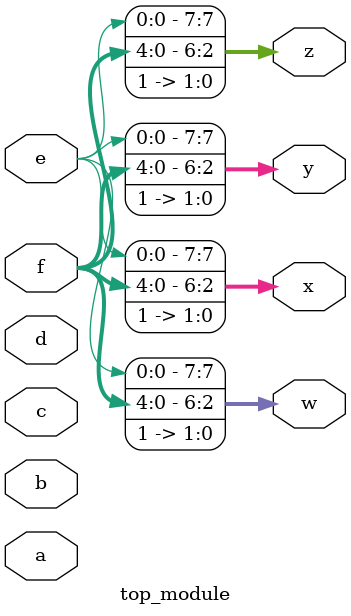
<source format=sv>
module top_module (
    input [4:0] a,
    input [4:0] b,
    input [4:0] c,
    input [4:0] d,
    input [4:0] e,
    input [4:0] f,
    output reg [7:0] w,
    output reg [7:0] x,
    output reg [7:0] y,
    output reg [7:0] z
);

    always @(*) begin
        w = {a[4:0], b[4:0], c[4:0], d[4:0], e[4:0], f[4:0], 2'b11};
        x = {a[4:0], b[4:0], c[4:0], d[4:0], e[4:0], f[4:0], 2'b11};
        y = {a[4:0], b[4:0], c[4:0], d[4:0], e[4:0], f[4:0], 2'b11};
        z = {a[4:0], b[4:0], c[4:0], d[4:0], e[4:0], f[4:0], 2'b11};
    end

endmodule

</source>
